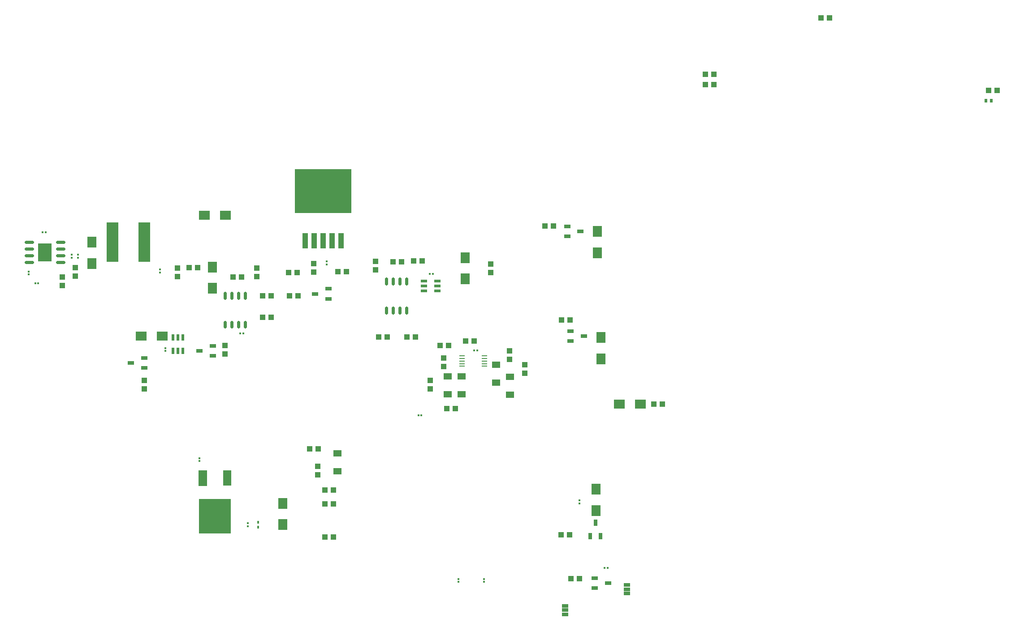
<source format=gtp>
G04 Layer: TopPasteMaskLayer*
G04 EasyEDA v6.3.22, 2020-03-14T22:20:27--7:00*
G04 457ca038791a4c03a2b045dd88f7922b,93ea2736136a419895ea0886014cbf9b,10*
G04 Gerber Generator version 0.2*
G04 Scale: 100 percent, Rotated: No, Reflected: No *
G04 Dimensions in inches *
G04 leading zeros omitted , absolute positions ,2 integer and 4 decimal *
%FSLAX24Y24*%
%MOIN*%
G90*
G70D02*

%ADD20C,0.023622*%
%ADD23R,0.062992X0.118110*%
%ADD24R,0.015748X0.011811*%
%ADD25R,0.015748X0.019685*%
%ADD26R,0.039400X0.010000*%
%ADD27R,0.022200X0.047700*%
%ADD28R,0.047700X0.022200*%
%ADD29R,0.039370X0.043307*%
%ADD30R,0.043307X0.039370*%
%ADD31R,0.019685X0.031496*%
%ADD32R,0.059055X0.051181*%
%ADD33R,0.049213X0.027559*%
%ADD34R,0.027559X0.049213*%
%ADD35R,0.420000X0.325000*%
%ADD36R,0.043307X0.118110*%
%ADD37R,0.011811X0.015748*%
%ADD38R,0.100787X0.135830*%
%ADD39R,0.070866X0.078740*%
%ADD40R,0.050000X0.025000*%
%ADD41R,0.086614X0.295275*%
%ADD42R,0.078740X0.070866*%

%LPD*%
G54D20*
G01X1493Y29800D02*
G01X1966Y29800D01*
G01X1493Y29300D02*
G01X1966Y29300D01*
G01X1493Y28800D02*
G01X1966Y28800D01*
G01X1493Y28300D02*
G01X1966Y28300D01*
G01X3833Y29800D02*
G01X4306Y29800D01*
G01X3833Y29300D02*
G01X4306Y29300D01*
G01X3833Y28800D02*
G01X4306Y28800D01*
G01X3833Y28300D02*
G01X4306Y28300D01*
G01X29800Y26697D02*
G01X29800Y27059D01*
G01X29300Y26697D02*
G01X29300Y27059D01*
G01X28800Y26697D02*
G01X28800Y27059D01*
G01X28300Y26697D02*
G01X28300Y27059D01*
G01X29800Y24540D02*
G01X29800Y24902D01*
G01X29300Y24540D02*
G01X29300Y24902D01*
G01X28800Y24540D02*
G01X28800Y24902D01*
G01X28300Y24540D02*
G01X28300Y24902D01*
G01X17800Y25647D02*
G01X17800Y26009D01*
G01X17300Y25647D02*
G01X17300Y26009D01*
G01X16800Y25647D02*
G01X16800Y26009D01*
G01X16300Y25647D02*
G01X16300Y26009D01*
G01X17800Y23490D02*
G01X17800Y23852D01*
G01X17300Y23490D02*
G01X17300Y23852D01*
G01X16800Y23490D02*
G01X16800Y23852D01*
G01X16300Y23490D02*
G01X16300Y23852D01*
G36*
G01X16730Y8096D02*
G01X14368Y8096D01*
G01X14368Y10655D01*
G01X16730Y10655D01*
G01X16730Y8096D01*
G37*
G54D23*
G01X16455Y12223D03*
G36*
G01X14959Y11630D02*
G01X14329Y11630D01*
G01X14329Y12812D01*
G01X14959Y12812D01*
G01X14959Y11630D01*
G37*
G54D24*
G01X33650Y4491D03*
G01X33650Y4708D03*
G01X35550Y4491D03*
G01X35550Y4708D03*
G54D25*
G01X18750Y8930D03*
G01X18750Y8569D03*
G54D26*
G01X33919Y21340D03*
G01X33919Y21150D03*
G01X33919Y20950D03*
G01X33919Y20750D03*
G01X33919Y20559D03*
G01X35580Y20559D03*
G01X35580Y20750D03*
G01X35580Y20950D03*
G01X35580Y21150D03*
G01X35580Y21340D03*
G54D27*
G01X13169Y22709D03*
G01X12800Y22709D03*
G01X12430Y22709D03*
G01X12430Y21690D03*
G01X13169Y21690D03*
G01X12800Y21690D03*
G54D28*
G01X31089Y26919D03*
G01X31089Y26550D03*
G01X31089Y26180D03*
G01X32110Y26180D03*
G01X32110Y26919D03*
G01X32110Y26550D03*
G54D29*
G01X24365Y7850D03*
G01X23735Y7850D03*
G01X52665Y42300D03*
G01X52035Y42300D03*
G01X24365Y10300D03*
G01X23735Y10300D03*
G01X24365Y11350D03*
G01X23735Y11350D03*
G01X40715Y31000D03*
G01X40085Y31000D03*
G01X32915Y22100D03*
G01X32285Y22100D03*
G54D30*
G01X31550Y18884D03*
G01X31550Y19514D03*
G01X18650Y27234D03*
G01X18650Y27864D03*
G01X12750Y27865D03*
G01X12750Y27235D03*
G54D29*
G01X13634Y27900D03*
G01X14264Y27900D03*
G01X17515Y27200D03*
G01X16885Y27200D03*
G01X41915Y8000D03*
G01X41285Y8000D03*
G01X24684Y27600D03*
G01X25314Y27600D03*
G54D30*
G01X37450Y21084D03*
G01X37450Y21714D03*
G54D29*
G01X21715Y25800D03*
G01X21085Y25800D03*
G01X61265Y46500D03*
G01X60635Y46500D03*
G54D31*
G01X72903Y40349D03*
G01X73296Y40349D03*
G54D29*
G01X33415Y17400D03*
G01X32785Y17400D03*
G01X28365Y22750D03*
G01X27735Y22750D03*
G01X30465Y22750D03*
G01X29835Y22750D03*
G54D30*
G01X32550Y21165D03*
G01X32550Y20535D03*
G54D29*
G01X73715Y41100D03*
G01X73085Y41100D03*
G01X52034Y41550D03*
G01X52664Y41550D03*
G01X34184Y22450D03*
G01X34814Y22450D03*
G54D30*
G01X5150Y27915D03*
G01X5150Y27285D03*
G01X22900Y27584D03*
G01X22900Y28214D03*
G01X16300Y22115D03*
G01X16300Y21485D03*
G01X36050Y27534D03*
G01X36050Y28164D03*
G54D29*
G01X21034Y27550D03*
G01X21664Y27550D03*
G54D30*
G01X4200Y26584D03*
G01X4200Y27214D03*
G54D29*
G01X29415Y28350D03*
G01X28785Y28350D03*
G01X30965Y28400D03*
G01X30335Y28400D03*
G01X19084Y25802D03*
G01X19714Y25802D03*
G54D30*
G01X27500Y28365D03*
G01X27500Y27735D03*
G01X38600Y20034D03*
G01X38600Y20664D03*
G01X23200Y13115D03*
G01X23200Y12485D03*
G54D29*
G01X22584Y14400D03*
G01X23214Y14400D03*
G54D30*
G01X10300Y18884D03*
G01X10300Y19514D03*
G54D29*
G01X42034Y4750D03*
G01X42664Y4750D03*
G01X48815Y17750D03*
G01X48185Y17750D03*
G01X41965Y24000D03*
G01X41335Y24000D03*
G54D32*
G01X32850Y18480D03*
G01X32850Y19819D03*
G01X37500Y18430D03*
G01X37500Y19769D03*
G01X33900Y18480D03*
G01X33900Y19819D03*
G01X36450Y19330D03*
G01X36450Y20669D03*
G01X24650Y12730D03*
G01X24650Y14069D03*
G54D33*
G01X42742Y30600D03*
G01X41757Y30226D03*
G01X41757Y30973D03*
G54D34*
G01X43850Y8892D03*
G01X44223Y7907D03*
G01X43476Y7907D03*
G54D33*
G01X23007Y25950D03*
G01X23992Y26323D03*
G01X23992Y25576D03*
G01X14407Y21700D03*
G01X15392Y22073D03*
G01X15392Y21326D03*
G01X9307Y20800D03*
G01X10292Y21173D03*
G01X10292Y20426D03*
G01X44792Y4400D03*
G01X43807Y4026D03*
G01X43807Y4773D03*
G01X42992Y22800D03*
G01X42007Y22426D03*
G01X42007Y23173D03*
G54D35*
G01X23600Y33590D03*
G54D36*
G01X24269Y29909D03*
G01X24938Y29909D03*
G01X22261Y29909D03*
G01X22930Y29909D03*
G01X23600Y29909D03*
G54D24*
G01X14400Y13708D03*
G01X14400Y13491D03*
G01X18000Y8641D03*
G01X18000Y8858D03*
G54D37*
G01X34841Y21750D03*
G01X35058Y21750D03*
G01X31541Y27450D03*
G01X31758Y27450D03*
G54D24*
G01X42650Y10558D03*
G01X42650Y10341D03*
G54D37*
G01X30691Y16900D03*
G01X30908Y16900D03*
G01X2408Y26750D03*
G01X2191Y26750D03*
G01X2741Y30550D03*
G01X2958Y30550D03*
G54D24*
G01X1700Y27391D03*
G01X1700Y27608D03*
G01X4900Y28641D03*
G01X4900Y28858D03*
G01X5350Y28641D03*
G01X5350Y28858D03*
G01X11450Y27758D03*
G01X11450Y27541D03*
G01X23850Y28358D03*
G01X23850Y28141D03*
G54D37*
G01X17658Y23000D03*
G01X17441Y23000D03*
G54D38*
G01X2900Y29050D03*
G54D39*
G01X6400Y28212D03*
G01X6400Y29787D03*
G54D40*
G01X41600Y2080D03*
G01X41600Y2400D03*
G01X41600Y2719D03*
G01X46200Y3630D03*
G01X46200Y3950D03*
G01X46200Y4269D03*
G54D41*
G01X7918Y29800D03*
G01X10281Y29800D03*
G54D29*
G01X19085Y24200D03*
G01X19714Y24200D03*
G54D39*
G01X15350Y27937D03*
G01X15350Y26362D03*
G01X44000Y30587D03*
G01X44000Y29012D03*
G01X44250Y22687D03*
G01X44250Y21112D03*
G54D37*
G01X44758Y5550D03*
G01X44541Y5550D03*
G54D39*
G01X43900Y9812D03*
G01X43900Y11387D03*
G54D24*
G01X11850Y21691D03*
G01X11850Y21908D03*
G54D42*
G01X10062Y22800D03*
G01X11637Y22800D03*
G01X47187Y17750D03*
G01X45612Y17750D03*
G01X16337Y31800D03*
G01X14762Y31800D03*
G54D39*
G01X34150Y27062D03*
G01X34150Y28637D03*
G01X20600Y8762D03*
G01X20600Y10337D03*
M00*
M02*

</source>
